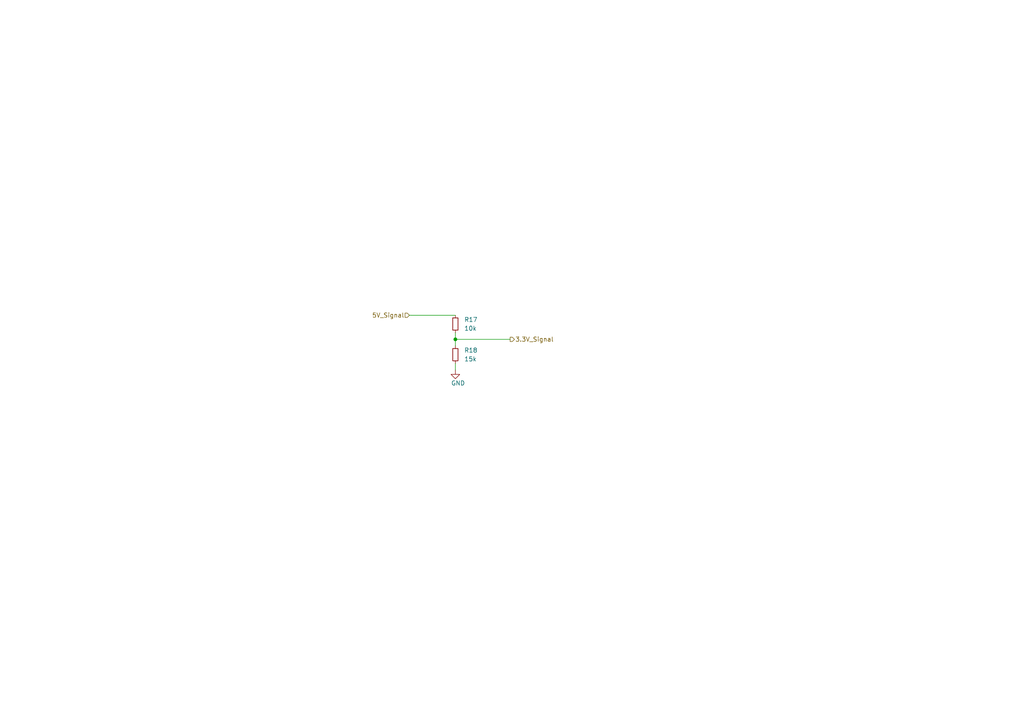
<source format=kicad_sch>
(kicad_sch (version 20230121) (generator eeschema)
  (paper "A4")
  (lib_symbols
    (symbol "Device:R_Small" (pin_numbers hide) (pin_names (offset 0.254) hide)
      (property "Reference" "R" (at 0.762 0.508 0))
      (property "Value" "R_Small" (at 0.762 -1.016 0))
      (symbol "R_Small_0_1"
        (rectangle (start -0.762 1.778) (end 0.762 -1.778) (stroke (width 0.2032)))
      )
      (symbol "R_Small_1_1"
        (pin passive line (at 0 2.54 270) (length 0.762) (name "~") (number "1"))
        (pin passive line (at 0 -2.54 90) (length 0.762) (name "~") (number "2"))
      )
    )
    (symbol "power:GND" (power) (pin_names (offset 0))
      (property "Value" "GND" (at 0 -3.81 0))
      (symbol "GND_0_1"
        (polyline (pts (xy 0 0) (xy 0 -1.27) (xy 1.27 -1.27) (xy 0 -2.54) (xy -1.27 -1.27) (xy 0 -1.27)))
      )
      (symbol "GND_1_1"
        (pin power_in line (at 0 0 270) (length 0) hide (name "GND") (number "1"))
      )
    )
  )
  (junction (at 132.08 98.425))
  (wire (pts (xy 132.08 96.52) (xy 132.08 98.425)))
  (wire (pts (xy 132.08 98.425) (xy 147.955 98.425)))
  (wire (pts (xy 132.08 105.41) (xy 132.08 107.315)))
  (wire (pts (xy 118.745 91.44) (xy 132.08 91.44)))
  (wire (pts (xy 132.08 98.425) (xy 132.08 100.33)))
  (hierarchical_label "5V_Signal" (shape input) (at 118.745 91.44 180))
  (hierarchical_label "3.3V_Signal" (shape output) (at 147.955 98.425 0))
  (symbol (lib_id "power:GND") (at 132.08 107.315 0) (unit 1)
    (property "Reference" "#PWR028" (effects hide))
    (property "Value" "GND" (at 130.81 111.125 0) (effects (justify left)))
    (instances (project "Drawer_Controller" (path "" (reference "#PWR028") (unit 1)) (path "" (reference "#PWR029") (unit 1)) (path "" (reference "#PWR027") (unit 1))))
  )
  (symbol (lib_id "Device:R_Small") (at 132.08 93.98 0) (unit 1)
    (property "Reference" "R17" (at 134.62 92.7099 0) (effects (justify left)))
    (property "Value" "10k" (at 134.62 95.2499 0) (effects (justify left)))
    (property "Footprint" "Capacitor_SMD:C_0603_1608Metric" (effects hide))
    (instances (project "Drawer_Controller" (path "" (reference "R17") (unit 1)) (path "" (reference "R19") (unit 1)) (path "" (reference "R15") (unit 1))))
  )
  (symbol (lib_id "Device:R_Small") (at 132.08 102.87 0) (unit 1)
    (property "Reference" "R18" (at 134.62 101.5999 0) (effects (justify left)))
    (property "Value" "15k" (at 134.62 104.1399 0) (effects (justify left)))
    (property "Footprint" "Capacitor_SMD:C_0603_1608Metric" (effects hide))
    (instances (project "Drawer_Controller" (path "" (reference "R18") (unit 1)) (path "" (reference "R20") (unit 1)) (path "" (reference "R16") (unit 1))))
  )
)
</source>
